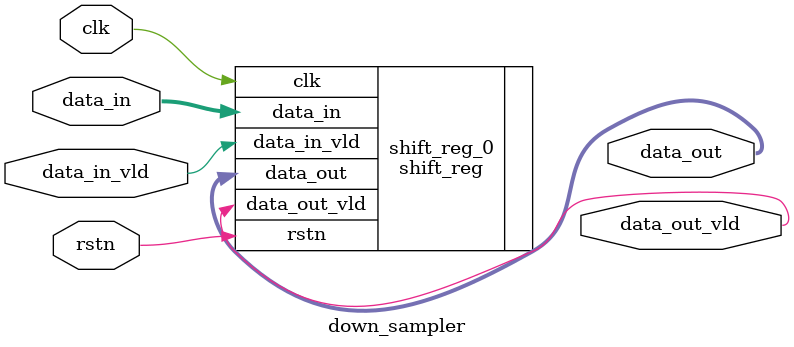
<source format=v>
`timescale 1ns/1ps


module down_sampler (clk, rstn, data_in, data_in_vld, data_out, data_out_vld);
    // parameters
    parameter DATA_WIDTH = 32;
    parameter DOWN_SAMPLER_BY = 10;
    
    // interfaces
    input clk;
    input rstn;
    input [DATA_WIDTH-1 : 0] data_in;
    input data_in_vld;
    output [DATA_WIDTH-1 : 0] data_out;
    output data_out_vld;

    // implemantaion
    
    shift_reg shift_reg_0 (
        .clk(clk),
        .rstn(rstn),
        .data_in(data_in),
        .data_in_vld(data_in_vld),
        .data_out(data_out),
        .data_out_vld(data_out_vld)
    );

endmodule

</source>
